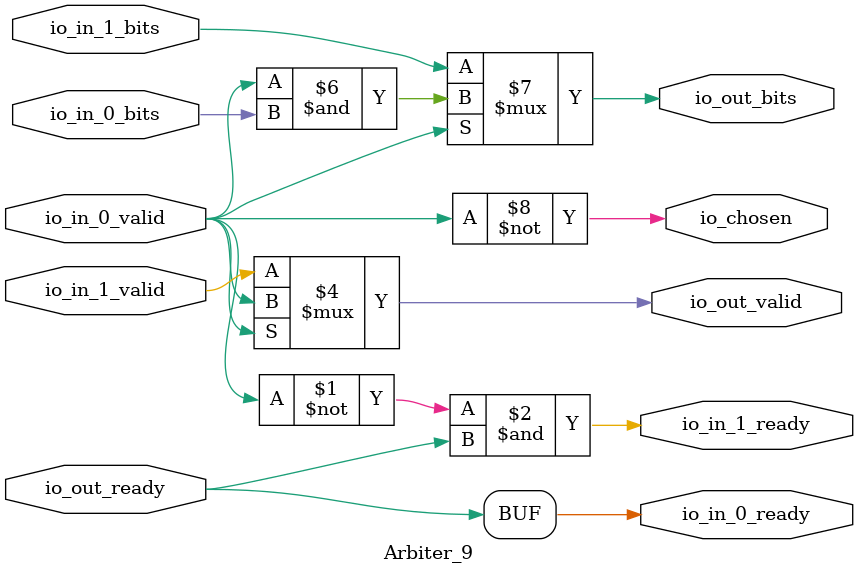
<source format=v>
module Arbiter_9(	// file.cleaned.mlir:2:3
  input  io_in_1_valid,	// file.cleaned.mlir:2:27
         io_in_1_bits,	// file.cleaned.mlir:2:51
         io_in_0_valid,	// file.cleaned.mlir:2:74
         io_in_0_bits,	// file.cleaned.mlir:2:98
         io_out_ready,	// file.cleaned.mlir:2:121
  output io_in_1_ready,	// file.cleaned.mlir:2:145
         io_in_0_ready,	// file.cleaned.mlir:2:169
         io_out_valid,	// file.cleaned.mlir:2:193
         io_out_bits,	// file.cleaned.mlir:2:216
         io_chosen	// file.cleaned.mlir:2:238
);

  assign io_in_1_ready = ~io_in_0_valid & io_out_ready;	// file.cleaned.mlir:4:10, :8:10, :9:5
  assign io_in_0_ready = io_out_ready;	// file.cleaned.mlir:9:5
  assign io_out_valid = ~io_in_0_valid ? io_in_1_valid : io_in_0_valid;	// file.cleaned.mlir:4:10, :7:10, :9:5
  assign io_out_bits = ~io_in_0_valid ? io_in_1_bits : io_in_0_valid & io_in_0_bits;	// file.cleaned.mlir:4:10, :5:10, :6:10, :9:5
  assign io_chosen = ~io_in_0_valid;	// file.cleaned.mlir:4:10, :9:5
endmodule


</source>
